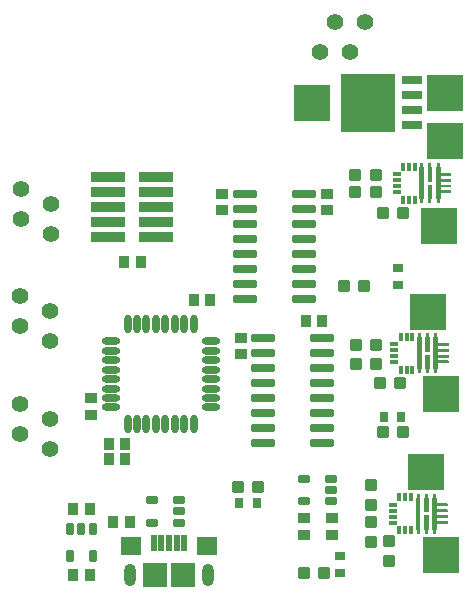
<source format=gts>
G04*
G04 #@! TF.GenerationSoftware,Altium Limited,Altium Designer,21.9.2 (33)*
G04*
G04 Layer_Color=8388736*
%FSLAX25Y25*%
%MOIN*%
G70*
G04*
G04 #@! TF.SameCoordinates,6D25873D-4EA7-46F0-BCAE-82CFCE844350*
G04*
G04*
G04 #@! TF.FilePolarity,Negative*
G04*
G01*
G75*
%ADD36R,0.03543X0.02756*%
%ADD37R,0.02756X0.03543*%
G04:AMPARAMS|DCode=38|XSize=43.31mil|YSize=39.37mil|CornerRadius=6.4mil|HoleSize=0mil|Usage=FLASHONLY|Rotation=90.000|XOffset=0mil|YOffset=0mil|HoleType=Round|Shape=RoundedRectangle|*
%AMROUNDEDRECTD38*
21,1,0.04331,0.02657,0,0,90.0*
21,1,0.03051,0.03937,0,0,90.0*
1,1,0.01280,0.01329,0.01526*
1,1,0.01280,0.01329,-0.01526*
1,1,0.01280,-0.01329,-0.01526*
1,1,0.01280,-0.01329,0.01526*
%
%ADD38ROUNDEDRECTD38*%
%ADD39O,0.02559X0.06102*%
%ADD40R,0.03543X0.03937*%
G04:AMPARAMS|DCode=41|XSize=43.31mil|YSize=39.37mil|CornerRadius=6.4mil|HoleSize=0mil|Usage=FLASHONLY|Rotation=180.000|XOffset=0mil|YOffset=0mil|HoleType=Round|Shape=RoundedRectangle|*
%AMROUNDEDRECTD41*
21,1,0.04331,0.02657,0,0,180.0*
21,1,0.03051,0.03937,0,0,180.0*
1,1,0.01280,-0.01526,0.01329*
1,1,0.01280,0.01526,0.01329*
1,1,0.01280,0.01526,-0.01329*
1,1,0.01280,-0.01526,-0.01329*
%
%ADD41ROUNDEDRECTD41*%
G04:AMPARAMS|DCode=42|XSize=81.5mil|YSize=27.17mil|CornerRadius=4.87mil|HoleSize=0mil|Usage=FLASHONLY|Rotation=0.000|XOffset=0mil|YOffset=0mil|HoleType=Round|Shape=RoundedRectangle|*
%AMROUNDEDRECTD42*
21,1,0.08150,0.01742,0,0,0.0*
21,1,0.07175,0.02717,0,0,0.0*
1,1,0.00974,0.03588,-0.00871*
1,1,0.00974,-0.03588,-0.00871*
1,1,0.00974,-0.03588,0.00871*
1,1,0.00974,0.03588,0.00871*
%
%ADD42ROUNDEDRECTD42*%
G04:AMPARAMS|DCode=43|XSize=27.56mil|YSize=13.78mil|CornerRadius=3.94mil|HoleSize=0mil|Usage=FLASHONLY|Rotation=90.000|XOffset=0mil|YOffset=0mil|HoleType=Round|Shape=RoundedRectangle|*
%AMROUNDEDRECTD43*
21,1,0.02756,0.00591,0,0,90.0*
21,1,0.01968,0.01378,0,0,90.0*
1,1,0.00787,0.00295,0.00984*
1,1,0.00787,0.00295,-0.00984*
1,1,0.00787,-0.00295,-0.00984*
1,1,0.00787,-0.00295,0.00984*
%
%ADD43ROUNDEDRECTD43*%
G04:AMPARAMS|DCode=44|XSize=27.56mil|YSize=13.78mil|CornerRadius=3.94mil|HoleSize=0mil|Usage=FLASHONLY|Rotation=180.000|XOffset=0mil|YOffset=0mil|HoleType=Round|Shape=RoundedRectangle|*
%AMROUNDEDRECTD44*
21,1,0.02756,0.00591,0,0,180.0*
21,1,0.01968,0.01378,0,0,180.0*
1,1,0.00787,-0.00984,0.00295*
1,1,0.00787,0.00984,0.00295*
1,1,0.00787,0.00984,-0.00295*
1,1,0.00787,-0.00984,-0.00295*
%
%ADD44ROUNDEDRECTD44*%
%ADD45R,0.03937X0.03543*%
%ADD46R,0.11400X0.03300*%
%ADD47R,0.12205X0.12205*%
%ADD48R,0.12205X0.12205*%
%ADD49O,0.06102X0.02559*%
%ADD50R,0.06772X0.02756*%
%ADD51R,0.18425X0.19291*%
G04:AMPARAMS|DCode=52|XSize=43.31mil|YSize=23.62mil|CornerRadius=4.43mil|HoleSize=0mil|Usage=FLASHONLY|Rotation=180.000|XOffset=0mil|YOffset=0mil|HoleType=Round|Shape=RoundedRectangle|*
%AMROUNDEDRECTD52*
21,1,0.04331,0.01476,0,0,180.0*
21,1,0.03445,0.02362,0,0,180.0*
1,1,0.00886,-0.01722,0.00738*
1,1,0.00886,0.01722,0.00738*
1,1,0.00886,0.01722,-0.00738*
1,1,0.00886,-0.01722,-0.00738*
%
%ADD52ROUNDEDRECTD52*%
G04:AMPARAMS|DCode=53|XSize=43.31mil|YSize=23.62mil|CornerRadius=4.43mil|HoleSize=0mil|Usage=FLASHONLY|Rotation=270.000|XOffset=0mil|YOffset=0mil|HoleType=Round|Shape=RoundedRectangle|*
%AMROUNDEDRECTD53*
21,1,0.04331,0.01476,0,0,270.0*
21,1,0.03445,0.02362,0,0,270.0*
1,1,0.00886,-0.00738,-0.01722*
1,1,0.00886,-0.00738,0.01722*
1,1,0.00886,0.00738,0.01722*
1,1,0.00886,0.00738,-0.01722*
%
%ADD53ROUNDEDRECTD53*%
%ADD54R,0.07874X0.07874*%
%ADD55R,0.06693X0.05906*%
%ADD56R,0.01968X0.05709*%
%ADD57C,0.05512*%
%ADD58C,0.00394*%
%ADD59O,0.03937X0.07480*%
G36*
X145683Y143275D02*
X145738Y143221D01*
X145768Y143149D01*
X145768Y143110D01*
X145768Y143110D01*
Y141927D01*
X146063D01*
Y137303D01*
Y137264D01*
X146033Y137190D01*
X145977Y137135D01*
X145904Y137104D01*
X144648D01*
X144574Y137135D01*
X144518Y137190D01*
X144488Y137264D01*
X144488Y137303D01*
X144488Y137303D01*
X144488Y141927D01*
X144783D01*
X144783Y143110D01*
X144783Y143149D01*
X144813Y143221D01*
X144868Y143275D01*
X144940Y143305D01*
X144978Y143305D01*
X144978Y143305D01*
X145573Y143305D01*
X145612Y143305D01*
X145683Y143275D01*
D02*
G37*
G36*
X142815Y143307D02*
X142854D01*
X142927Y143277D01*
X142982Y143222D01*
X143012Y143149D01*
Y143110D01*
X143012Y141929D01*
X143307D01*
Y131299D01*
X143012D01*
Y130118D01*
X143012Y130118D01*
X143012Y130079D01*
X142982Y130007D01*
X142927Y129951D01*
X142854Y129921D01*
X142815Y129921D01*
X142225D01*
X142185Y129921D01*
X142113Y129951D01*
X142058Y130007D01*
X142027Y130079D01*
X142028Y130118D01*
X142027Y131299D01*
X141732D01*
Y141929D01*
X142027D01*
Y143110D01*
X142028Y143110D01*
X142028Y143149D01*
X142058Y143222D01*
X142113Y143277D01*
X142185Y143307D01*
X142224D01*
X142815Y143307D01*
X142815Y143307D01*
D02*
G37*
G36*
X148438Y143277D02*
X148494Y143222D01*
X148524Y143149D01*
Y143110D01*
Y141929D01*
X148819D01*
Y140059D01*
X152165D01*
X152165Y140059D01*
X152205D01*
X152277Y140029D01*
X152332Y139974D01*
X152362Y139901D01*
X152362Y139862D01*
X152362Y139272D01*
X152362D01*
X152362Y139233D01*
X152332Y139160D01*
X152277Y139105D01*
X152205Y139075D01*
X148819D01*
Y138091D01*
X152165D01*
Y138091D01*
X152205Y138091D01*
X152277Y138060D01*
X152332Y138005D01*
X152362Y137933D01*
Y137894D01*
X152362Y137303D01*
X152362Y137303D01*
X152362Y137264D01*
X152332Y137191D01*
X152277Y137136D01*
X152205Y137106D01*
X152165Y137106D01*
X148819Y137106D01*
Y136122D01*
X152165D01*
X152165Y136122D01*
X152205Y136122D01*
X152277Y136092D01*
X152332Y136037D01*
X152362Y135964D01*
Y135925D01*
Y135335D01*
X152362Y135335D01*
X152362Y135295D01*
X152332Y135223D01*
X152277Y135168D01*
X152205Y135138D01*
X152165Y135138D01*
X148819Y135138D01*
Y134153D01*
X152165Y134153D01*
X152166Y134153D01*
X152205Y134153D01*
X152277Y134123D01*
X152332Y134068D01*
X152362Y133996D01*
X152362Y133957D01*
Y133366D01*
X152362Y133366D01*
X152362Y133327D01*
X152332Y133255D01*
X152277Y133199D01*
X152205Y133169D01*
X152165Y133169D01*
X148819D01*
Y131299D01*
X148524D01*
Y130118D01*
Y130118D01*
Y130079D01*
X148494Y130007D01*
X148438Y129951D01*
X148366Y129921D01*
X148327Y129921D01*
X147736Y129921D01*
X147736Y129921D01*
X147697Y129921D01*
X147625Y129951D01*
X147569Y130007D01*
X147539Y130079D01*
X147539Y130118D01*
X147539Y131299D01*
X147244D01*
Y141929D01*
X147539D01*
Y143110D01*
X147539Y143149D01*
X147569Y143222D01*
X147625Y143277D01*
X147697Y143307D01*
X148366D01*
X148438Y143277D01*
D02*
G37*
G36*
X145864Y136124D02*
X145904D01*
X145977Y136094D01*
X146033Y136038D01*
X146063Y135965D01*
Y135925D01*
X146063Y131301D01*
X145768D01*
Y130118D01*
X145768D01*
X145768Y130079D01*
X145738Y130008D01*
X145683Y129953D01*
X145612Y129923D01*
X144978D01*
X144940Y129923D01*
X144868Y129953D01*
X144813Y130008D01*
X144783Y130079D01*
X144783Y130118D01*
X144783Y131301D01*
X144488D01*
X144488Y135925D01*
X144488Y135925D01*
X144488Y135965D01*
X144518Y136038D01*
X144574Y136094D01*
X144648Y136124D01*
X144687Y136124D01*
X145864Y136124D01*
X145864Y136124D01*
D02*
G37*
G36*
X144896Y86582D02*
X144951Y86528D01*
X144980Y86456D01*
X144980Y86417D01*
X144980Y86417D01*
Y85234D01*
X145276D01*
Y80610D01*
Y80571D01*
X145245Y80498D01*
X145189Y80442D01*
X145116Y80411D01*
X143860D01*
X143787Y80442D01*
X143731Y80498D01*
X143701Y80571D01*
X143701Y80610D01*
X143701Y80610D01*
X143701Y85234D01*
X143996D01*
X143996Y86417D01*
X143996Y86456D01*
X144026Y86528D01*
X144081Y86582D01*
X144152Y86612D01*
X144191Y86612D01*
X144191Y86612D01*
X144785Y86612D01*
X144824Y86612D01*
X144896Y86582D01*
D02*
G37*
G36*
X142028Y86614D02*
X142067D01*
X142139Y86584D01*
X142194Y86529D01*
X142224Y86457D01*
Y86417D01*
X142224Y85236D01*
X142520D01*
Y74606D01*
X142224D01*
Y73425D01*
X142224Y73425D01*
X142224Y73386D01*
X142194Y73314D01*
X142139Y73258D01*
X142067Y73228D01*
X142028Y73228D01*
X141437D01*
X141398Y73228D01*
X141325Y73258D01*
X141270Y73314D01*
X141240Y73386D01*
X141240Y73425D01*
X141240Y74606D01*
X140945D01*
Y85236D01*
X141240D01*
Y86417D01*
X141240Y86417D01*
X141240Y86456D01*
X141270Y86529D01*
X141325Y86584D01*
X141398Y86614D01*
X141437D01*
X142028Y86614D01*
X142028Y86614D01*
D02*
G37*
G36*
X147651Y86584D02*
X147706Y86529D01*
X147736Y86456D01*
Y86417D01*
Y85236D01*
X148031D01*
Y83366D01*
X151378D01*
X151378Y83366D01*
X151417D01*
X151489Y83336D01*
X151545Y83281D01*
X151575Y83208D01*
X151575Y83169D01*
X151575Y82579D01*
X151575D01*
X151575Y82540D01*
X151545Y82467D01*
X151489Y82412D01*
X151417Y82382D01*
X148031D01*
Y81398D01*
X151378D01*
Y81398D01*
X151417Y81398D01*
X151489Y81368D01*
X151545Y81312D01*
X151575Y81240D01*
Y81201D01*
X151575Y80610D01*
X151575Y80610D01*
X151575Y80571D01*
X151545Y80499D01*
X151489Y80443D01*
X151417Y80413D01*
X151378Y80413D01*
X148031Y80413D01*
Y79429D01*
X151378D01*
X151378Y79429D01*
X151417Y79429D01*
X151489Y79399D01*
X151545Y79344D01*
X151575Y79271D01*
Y79232D01*
Y78642D01*
X151575Y78641D01*
X151575Y78602D01*
X151545Y78530D01*
X151489Y78475D01*
X151417Y78445D01*
X151378Y78445D01*
X148031Y78445D01*
Y77461D01*
X151378Y77461D01*
X151378Y77460D01*
X151417Y77460D01*
X151490Y77430D01*
X151545Y77375D01*
X151575Y77303D01*
X151575Y77264D01*
Y76673D01*
X151575Y76673D01*
X151575Y76634D01*
X151545Y76561D01*
X151489Y76506D01*
X151417Y76476D01*
X151378Y76476D01*
X148031D01*
Y74606D01*
X147736D01*
Y73425D01*
Y73425D01*
Y73386D01*
X147706Y73314D01*
X147651Y73258D01*
X147579Y73228D01*
X147539Y73228D01*
X146949Y73228D01*
X146949Y73228D01*
X146910Y73228D01*
X146837Y73258D01*
X146782Y73314D01*
X146752Y73386D01*
X146752Y73425D01*
X146752Y74606D01*
X146457D01*
Y85236D01*
X146752D01*
Y86417D01*
X146752Y86457D01*
X146782Y86529D01*
X146837Y86584D01*
X146910Y86614D01*
X147579D01*
X147651Y86584D01*
D02*
G37*
G36*
X145077Y79431D02*
X145116D01*
X145189Y79401D01*
X145245Y79345D01*
X145276Y79272D01*
Y79232D01*
X145276Y74608D01*
X144980D01*
Y73425D01*
X144980D01*
X144980Y73386D01*
X144951Y73315D01*
X144896Y73260D01*
X144824Y73230D01*
X144191D01*
X144152Y73230D01*
X144081Y73260D01*
X144026Y73315D01*
X143996Y73386D01*
X143996Y73425D01*
X143996Y74608D01*
X143701D01*
X143701Y79232D01*
X143701Y79232D01*
X143701Y79272D01*
X143731Y79345D01*
X143787Y79401D01*
X143860Y79431D01*
X143900Y79431D01*
X145077Y79431D01*
X145077Y79431D01*
D02*
G37*
G36*
X144502Y33039D02*
X144557Y32984D01*
X144587Y32913D01*
X144587Y32874D01*
X144587Y32874D01*
Y31691D01*
X144882D01*
Y27067D01*
Y27027D01*
X144852Y26954D01*
X144796Y26898D01*
X144723Y26868D01*
X143466D01*
X143393Y26898D01*
X143337Y26954D01*
X143307Y27027D01*
X143307Y27067D01*
X143307Y27067D01*
X143307Y31691D01*
X143602D01*
X143602Y32874D01*
X143602Y32913D01*
X143632Y32984D01*
X143687Y33039D01*
X143758Y33069D01*
X143797Y33069D01*
X143797Y33069D01*
X144392Y33069D01*
X144430Y33069D01*
X144502Y33039D01*
D02*
G37*
G36*
X141634Y33071D02*
X141673D01*
X141745Y33041D01*
X141801Y32985D01*
X141831Y32913D01*
Y32874D01*
X141831Y31693D01*
X142126D01*
Y21063D01*
X141831D01*
Y19882D01*
X141831Y19882D01*
X141831Y19843D01*
X141801Y19770D01*
X141745Y19715D01*
X141673Y19685D01*
X141634Y19685D01*
X141043D01*
X141004Y19685D01*
X140932Y19715D01*
X140876Y19770D01*
X140847Y19843D01*
X140847Y19882D01*
X140847Y21063D01*
X140551D01*
Y31693D01*
X140847D01*
Y32874D01*
X140847Y32874D01*
X140847Y32913D01*
X140876Y32985D01*
X140932Y33041D01*
X141004Y33071D01*
X141043D01*
X141634Y33071D01*
X141634Y33071D01*
D02*
G37*
G36*
X147257Y33041D02*
X147313Y32985D01*
X147343Y32913D01*
Y32874D01*
Y31693D01*
X147638D01*
Y29823D01*
X150984D01*
X150984Y29823D01*
X151023D01*
X151096Y29793D01*
X151151Y29737D01*
X151181Y29665D01*
X151181Y29626D01*
X151181Y29035D01*
X151181D01*
X151181Y28996D01*
X151151Y28924D01*
X151096Y28868D01*
X151023Y28839D01*
X147638D01*
Y27854D01*
X150984D01*
Y27854D01*
X151023Y27854D01*
X151096Y27824D01*
X151151Y27769D01*
X151181Y27697D01*
Y27657D01*
X151181Y27067D01*
X151181Y27067D01*
X151181Y27028D01*
X151151Y26955D01*
X151096Y26900D01*
X151023Y26870D01*
X150984Y26870D01*
X147638Y26870D01*
Y25886D01*
X150984D01*
X150984Y25886D01*
X151023Y25886D01*
X151096Y25856D01*
X151151Y25800D01*
X151181Y25728D01*
Y25689D01*
Y25098D01*
X151181Y25098D01*
X151181Y25059D01*
X151151Y24987D01*
X151096Y24931D01*
X151023Y24902D01*
X150984Y24902D01*
X147638Y24902D01*
Y23917D01*
X150984Y23917D01*
X150985Y23917D01*
X151024Y23917D01*
X151096Y23887D01*
X151151Y23832D01*
X151181Y23760D01*
X151181Y23720D01*
Y23130D01*
X151181Y23130D01*
X151181Y23091D01*
X151151Y23018D01*
X151096Y22963D01*
X151023Y22933D01*
X150984Y22933D01*
X147638D01*
Y21063D01*
X147343D01*
Y19882D01*
Y19882D01*
Y19843D01*
X147313Y19770D01*
X147257Y19715D01*
X147185Y19685D01*
X147146Y19685D01*
X146555Y19685D01*
X146555Y19685D01*
X146516Y19685D01*
X146444Y19715D01*
X146388Y19770D01*
X146358Y19843D01*
X146358Y19882D01*
X146358Y21063D01*
X146063D01*
Y31693D01*
X146358D01*
Y32874D01*
X146358Y32913D01*
X146388Y32985D01*
X146444Y33041D01*
X146516Y33071D01*
X147185D01*
X147257Y33041D01*
D02*
G37*
G36*
X144683Y25888D02*
X144723D01*
X144796Y25857D01*
X144852Y25802D01*
X144882Y25728D01*
Y25689D01*
X144882Y21065D01*
X144587D01*
Y19882D01*
X144587D01*
X144587Y19843D01*
X144557Y19771D01*
X144502Y19717D01*
X144430Y19687D01*
X143797D01*
X143758Y19687D01*
X143687Y19717D01*
X143632Y19771D01*
X143602Y19843D01*
X143602Y19882D01*
X143602Y21065D01*
X143307D01*
X143307Y25689D01*
X143307Y25689D01*
X143307Y25728D01*
X143337Y25802D01*
X143393Y25857D01*
X143466Y25888D01*
X143506Y25888D01*
X144683Y25888D01*
X144683Y25888D01*
D02*
G37*
D36*
X115354Y12303D02*
D03*
Y6594D02*
D03*
X134646Y108366D02*
D03*
Y102657D02*
D03*
D37*
X135531Y58661D02*
D03*
X129823D02*
D03*
X87500Y29921D02*
D03*
X81791D02*
D03*
D38*
X129724Y53543D02*
D03*
X136417D02*
D03*
X110039Y6693D02*
D03*
X103347D02*
D03*
X123425Y102362D02*
D03*
X116732D02*
D03*
X87992Y35433D02*
D03*
X81299D02*
D03*
X136221Y126772D02*
D03*
X129528D02*
D03*
X127165Y139370D02*
D03*
X120472D02*
D03*
X127165Y133465D02*
D03*
X120472D02*
D03*
X135236Y70079D02*
D03*
X128543D02*
D03*
X127362Y82677D02*
D03*
X120669D02*
D03*
Y76378D02*
D03*
X127362D02*
D03*
D39*
X47638Y89468D02*
D03*
X66535D02*
D03*
X60236D02*
D03*
X63386D02*
D03*
X57087D02*
D03*
Y56201D02*
D03*
X53937D02*
D03*
X63386D02*
D03*
X66535D02*
D03*
X60236D02*
D03*
X50787Y89468D02*
D03*
X44488D02*
D03*
X53937D02*
D03*
X47638Y56201D02*
D03*
X50787D02*
D03*
X44488D02*
D03*
D40*
X72047Y97638D02*
D03*
X66535D02*
D03*
X43701Y44488D02*
D03*
X38189D02*
D03*
X45276Y23622D02*
D03*
X39764D02*
D03*
X48819Y110236D02*
D03*
X43307D02*
D03*
X31890Y5906D02*
D03*
X26378D02*
D03*
X31890Y27953D02*
D03*
X26378D02*
D03*
X109449Y90551D02*
D03*
X103937D02*
D03*
X43701Y49606D02*
D03*
X38189D02*
D03*
D41*
X125591Y23622D02*
D03*
Y16929D02*
D03*
Y36024D02*
D03*
Y29331D02*
D03*
X131496Y17323D02*
D03*
Y10630D02*
D03*
D42*
X109252Y70039D02*
D03*
Y75039D02*
D03*
Y60039D02*
D03*
Y65039D02*
D03*
Y80039D02*
D03*
Y85039D02*
D03*
Y55039D02*
D03*
Y50039D02*
D03*
X89764Y80039D02*
D03*
Y70039D02*
D03*
Y75039D02*
D03*
Y85039D02*
D03*
Y55039D02*
D03*
Y50039D02*
D03*
Y65039D02*
D03*
Y60039D02*
D03*
X83740Y132898D02*
D03*
Y127898D02*
D03*
Y122898D02*
D03*
Y117898D02*
D03*
Y112898D02*
D03*
Y107898D02*
D03*
Y102898D02*
D03*
Y97898D02*
D03*
X103228D02*
D03*
Y102898D02*
D03*
Y107898D02*
D03*
Y112898D02*
D03*
Y117898D02*
D03*
Y122898D02*
D03*
Y127898D02*
D03*
Y132898D02*
D03*
D43*
X140256Y142126D02*
D03*
X138287D02*
D03*
X136319D02*
D03*
Y131102D02*
D03*
X140256D02*
D03*
X138287D02*
D03*
X139469Y85433D02*
D03*
X137500D02*
D03*
X135531D02*
D03*
Y74410D02*
D03*
X139469D02*
D03*
X137500D02*
D03*
X139075Y31890D02*
D03*
X137106D02*
D03*
X135138D02*
D03*
Y20866D02*
D03*
X139075D02*
D03*
X137106D02*
D03*
D44*
X134252Y139567D02*
D03*
Y135630D02*
D03*
Y137598D02*
D03*
Y133661D02*
D03*
X133465Y82874D02*
D03*
Y78937D02*
D03*
Y80905D02*
D03*
Y76968D02*
D03*
X133071Y29331D02*
D03*
Y25394D02*
D03*
Y27362D02*
D03*
Y23425D02*
D03*
D45*
X75984Y133071D02*
D03*
Y127559D02*
D03*
X112598Y24803D02*
D03*
Y19291D02*
D03*
X103150Y24803D02*
D03*
Y19291D02*
D03*
X82284Y85039D02*
D03*
Y79528D02*
D03*
X32283Y64961D02*
D03*
Y59449D02*
D03*
X111024Y133071D02*
D03*
Y127559D02*
D03*
D46*
X54063Y138740D02*
D03*
Y133740D02*
D03*
Y128740D02*
D03*
Y118740D02*
D03*
Y123740D02*
D03*
X38063Y133740D02*
D03*
Y123740D02*
D03*
Y128740D02*
D03*
Y138740D02*
D03*
Y118740D02*
D03*
D47*
X148819Y12598D02*
D03*
Y66142D02*
D03*
X150394Y150787D02*
D03*
X144488Y93701D02*
D03*
X148425Y122441D02*
D03*
X144095Y40157D02*
D03*
D48*
X105905Y163386D02*
D03*
X150394Y166535D02*
D03*
D49*
X72146Y83858D02*
D03*
Y77559D02*
D03*
Y74410D02*
D03*
Y80709D02*
D03*
Y71260D02*
D03*
Y64961D02*
D03*
Y61811D02*
D03*
Y68110D02*
D03*
X38878Y80709D02*
D03*
Y77559D02*
D03*
Y83858D02*
D03*
Y71260D02*
D03*
Y68110D02*
D03*
Y74410D02*
D03*
Y61811D02*
D03*
Y64961D02*
D03*
D50*
X139173Y160886D02*
D03*
Y165886D02*
D03*
Y155886D02*
D03*
Y170886D02*
D03*
D51*
X124567Y163386D02*
D03*
D52*
X103366Y37992D02*
D03*
Y30512D02*
D03*
X112382Y37992D02*
D03*
Y34252D02*
D03*
Y30512D02*
D03*
X52579Y30906D02*
D03*
Y23425D02*
D03*
X61594Y30906D02*
D03*
Y27165D02*
D03*
Y23425D02*
D03*
D53*
X25393Y12424D02*
D03*
X32873D02*
D03*
X25393Y21440D02*
D03*
X29133D02*
D03*
X32873D02*
D03*
D54*
X62992Y6004D02*
D03*
X53543D02*
D03*
D55*
X70866Y15650D02*
D03*
X45669D02*
D03*
D56*
X63386Y16535D02*
D03*
X60827D02*
D03*
X58268D02*
D03*
X55709D02*
D03*
X53150D02*
D03*
D57*
X18898Y119528D02*
D03*
Y129528D02*
D03*
X8898Y124528D02*
D03*
Y134528D02*
D03*
X18661Y83976D02*
D03*
X8661Y98976D02*
D03*
X18661Y93976D02*
D03*
X8661Y88976D02*
D03*
X123779Y190157D02*
D03*
X118780Y180157D02*
D03*
X113779Y190157D02*
D03*
X108780Y180157D02*
D03*
X18504Y47874D02*
D03*
X8504Y62874D02*
D03*
X18504Y57874D02*
D03*
X8504Y52874D02*
D03*
D58*
X11811Y114016D02*
D03*
X11575Y78465D02*
D03*
X103268Y187244D02*
D03*
X11417Y42362D02*
D03*
D59*
X71260Y6004D02*
D03*
X45276D02*
D03*
M02*

</source>
